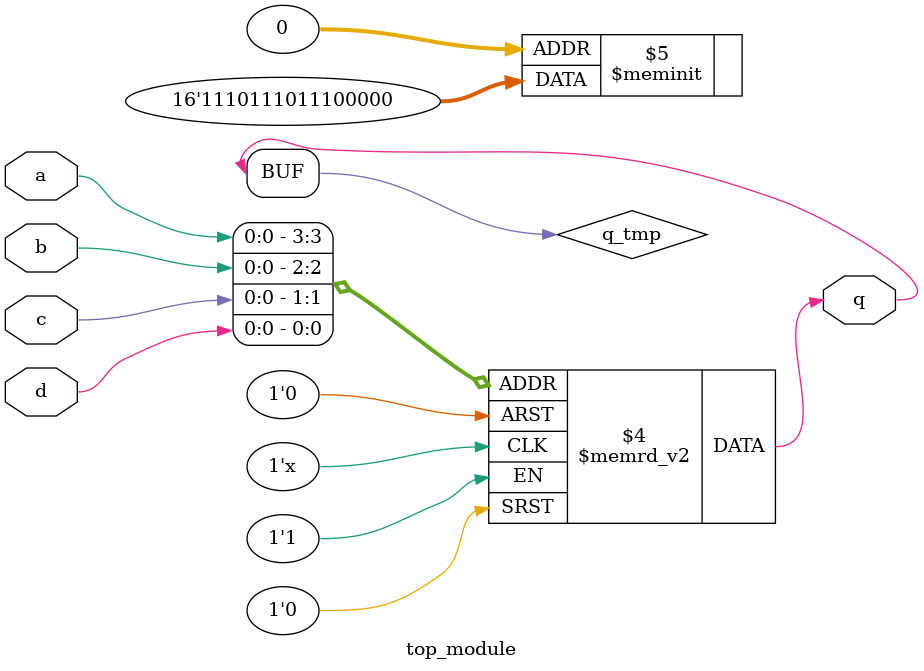
<source format=v>

module top_module (
    input a,
    input b,
    input c,
    input d,
    output q );//

    reg q_tmp;

    assign q = q_tmp;

    always @(*) begin
        case ({a,b,c,d})
            4'b0000: q_tmp = 0;
            4'b0001: q_tmp = 0;
            4'b0010: q_tmp = 0;
            4'b0011: q_tmp = 0;
            4'b0100: q_tmp = 0;
            4'b0101: q_tmp = 1;
            4'b0110: q_tmp = 1;
            4'b0111: q_tmp = 1;
            4'b1000: q_tmp = 0;
            4'b1001: q_tmp = 1;
            4'b1010: q_tmp = 1;
            4'b1011: q_tmp = 1;
            4'b1100: q_tmp = 0;
            4'b1101: q_tmp = 1;
            4'b1110: q_tmp = 1;
            4'b1111: q_tmp = 1;
            default: q_tmp = 0;
        endcase
    end

endmodule
</source>
